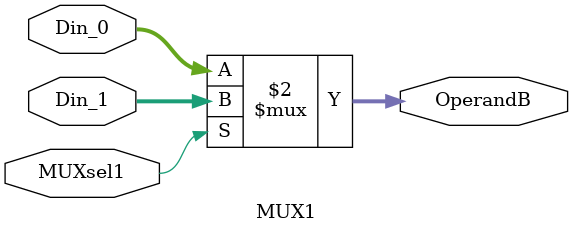
<source format=v>
`timescale 1ns / 1ps


module MUX1(
    input MUXsel1,
    input [31:0] Din_0,
    input [31:0] Din_1,
    output [31:0] OperandB
    );
    
    wire [31:0] OperandB;
    assign OperandB = (MUXsel1 == 0) ? Din_0 : Din_1;
endmodule

</source>
